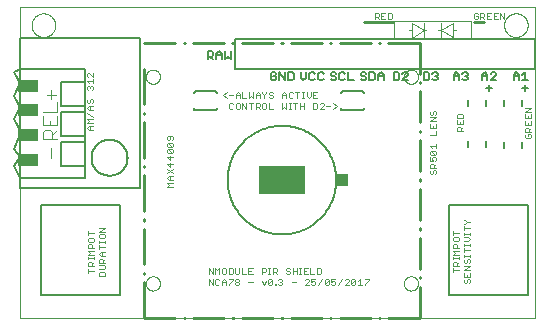
<source format=gto>
G75*
%MOIN*%
%OFA0B0*%
%FSLAX25Y25*%
%IPPOS*%
%LPD*%
%AMOC8*
5,1,8,0,0,1.08239X$1,22.5*
%
%ADD10C,0.00000*%
%ADD11C,0.00500*%
%ADD12C,0.00400*%
%ADD13C,0.01000*%
%ADD14R,0.03937X0.03937*%
%ADD15R,0.15748X0.09449*%
%ADD16R,0.07087X0.03937*%
%ADD17C,0.00236*%
%ADD18C,0.00800*%
D10*
X0003246Y0001374D02*
X0175057Y0001374D01*
X0175057Y0104917D01*
X0003246Y0104917D01*
X0003246Y0001374D01*
X0045246Y0012917D02*
X0045248Y0013014D01*
X0045254Y0013111D01*
X0045264Y0013207D01*
X0045278Y0013303D01*
X0045296Y0013399D01*
X0045317Y0013493D01*
X0045343Y0013587D01*
X0045372Y0013679D01*
X0045406Y0013770D01*
X0045442Y0013860D01*
X0045483Y0013948D01*
X0045527Y0014034D01*
X0045575Y0014119D01*
X0045626Y0014201D01*
X0045680Y0014282D01*
X0045738Y0014360D01*
X0045799Y0014435D01*
X0045862Y0014508D01*
X0045929Y0014579D01*
X0045999Y0014646D01*
X0046071Y0014711D01*
X0046146Y0014772D01*
X0046224Y0014831D01*
X0046303Y0014886D01*
X0046385Y0014938D01*
X0046469Y0014986D01*
X0046555Y0015031D01*
X0046643Y0015073D01*
X0046732Y0015111D01*
X0046823Y0015145D01*
X0046915Y0015175D01*
X0047008Y0015202D01*
X0047103Y0015224D01*
X0047198Y0015243D01*
X0047294Y0015258D01*
X0047390Y0015269D01*
X0047487Y0015276D01*
X0047584Y0015279D01*
X0047681Y0015278D01*
X0047778Y0015273D01*
X0047874Y0015264D01*
X0047970Y0015251D01*
X0048066Y0015234D01*
X0048161Y0015213D01*
X0048254Y0015189D01*
X0048347Y0015160D01*
X0048439Y0015128D01*
X0048529Y0015092D01*
X0048617Y0015053D01*
X0048704Y0015009D01*
X0048789Y0014963D01*
X0048872Y0014912D01*
X0048953Y0014859D01*
X0049031Y0014802D01*
X0049108Y0014742D01*
X0049181Y0014679D01*
X0049252Y0014613D01*
X0049320Y0014544D01*
X0049386Y0014472D01*
X0049448Y0014398D01*
X0049507Y0014321D01*
X0049563Y0014242D01*
X0049616Y0014160D01*
X0049666Y0014077D01*
X0049711Y0013991D01*
X0049754Y0013904D01*
X0049793Y0013815D01*
X0049828Y0013725D01*
X0049859Y0013633D01*
X0049886Y0013540D01*
X0049910Y0013446D01*
X0049930Y0013351D01*
X0049946Y0013255D01*
X0049958Y0013159D01*
X0049966Y0013062D01*
X0049970Y0012965D01*
X0049970Y0012869D01*
X0049966Y0012772D01*
X0049958Y0012675D01*
X0049946Y0012579D01*
X0049930Y0012483D01*
X0049910Y0012388D01*
X0049886Y0012294D01*
X0049859Y0012201D01*
X0049828Y0012109D01*
X0049793Y0012019D01*
X0049754Y0011930D01*
X0049711Y0011843D01*
X0049666Y0011757D01*
X0049616Y0011674D01*
X0049563Y0011592D01*
X0049507Y0011513D01*
X0049448Y0011436D01*
X0049386Y0011362D01*
X0049320Y0011290D01*
X0049252Y0011221D01*
X0049181Y0011155D01*
X0049108Y0011092D01*
X0049031Y0011032D01*
X0048953Y0010975D01*
X0048872Y0010922D01*
X0048789Y0010871D01*
X0048704Y0010825D01*
X0048617Y0010781D01*
X0048529Y0010742D01*
X0048439Y0010706D01*
X0048347Y0010674D01*
X0048254Y0010645D01*
X0048161Y0010621D01*
X0048066Y0010600D01*
X0047970Y0010583D01*
X0047874Y0010570D01*
X0047778Y0010561D01*
X0047681Y0010556D01*
X0047584Y0010555D01*
X0047487Y0010558D01*
X0047390Y0010565D01*
X0047294Y0010576D01*
X0047198Y0010591D01*
X0047103Y0010610D01*
X0047008Y0010632D01*
X0046915Y0010659D01*
X0046823Y0010689D01*
X0046732Y0010723D01*
X0046643Y0010761D01*
X0046555Y0010803D01*
X0046469Y0010848D01*
X0046385Y0010896D01*
X0046303Y0010948D01*
X0046224Y0011003D01*
X0046146Y0011062D01*
X0046071Y0011123D01*
X0045999Y0011188D01*
X0045929Y0011255D01*
X0045862Y0011326D01*
X0045799Y0011399D01*
X0045738Y0011474D01*
X0045680Y0011552D01*
X0045626Y0011633D01*
X0045575Y0011715D01*
X0045527Y0011800D01*
X0045483Y0011886D01*
X0045442Y0011974D01*
X0045406Y0012064D01*
X0045372Y0012155D01*
X0045343Y0012247D01*
X0045317Y0012341D01*
X0045296Y0012435D01*
X0045278Y0012531D01*
X0045264Y0012627D01*
X0045254Y0012723D01*
X0045248Y0012820D01*
X0045246Y0012917D01*
X0131270Y0012917D02*
X0131272Y0013014D01*
X0131278Y0013111D01*
X0131288Y0013207D01*
X0131302Y0013303D01*
X0131320Y0013399D01*
X0131341Y0013493D01*
X0131367Y0013587D01*
X0131396Y0013679D01*
X0131430Y0013770D01*
X0131466Y0013860D01*
X0131507Y0013948D01*
X0131551Y0014034D01*
X0131599Y0014119D01*
X0131650Y0014201D01*
X0131704Y0014282D01*
X0131762Y0014360D01*
X0131823Y0014435D01*
X0131886Y0014508D01*
X0131953Y0014579D01*
X0132023Y0014646D01*
X0132095Y0014711D01*
X0132170Y0014772D01*
X0132248Y0014831D01*
X0132327Y0014886D01*
X0132409Y0014938D01*
X0132493Y0014986D01*
X0132579Y0015031D01*
X0132667Y0015073D01*
X0132756Y0015111D01*
X0132847Y0015145D01*
X0132939Y0015175D01*
X0133032Y0015202D01*
X0133127Y0015224D01*
X0133222Y0015243D01*
X0133318Y0015258D01*
X0133414Y0015269D01*
X0133511Y0015276D01*
X0133608Y0015279D01*
X0133705Y0015278D01*
X0133802Y0015273D01*
X0133898Y0015264D01*
X0133994Y0015251D01*
X0134090Y0015234D01*
X0134185Y0015213D01*
X0134278Y0015189D01*
X0134371Y0015160D01*
X0134463Y0015128D01*
X0134553Y0015092D01*
X0134641Y0015053D01*
X0134728Y0015009D01*
X0134813Y0014963D01*
X0134896Y0014912D01*
X0134977Y0014859D01*
X0135055Y0014802D01*
X0135132Y0014742D01*
X0135205Y0014679D01*
X0135276Y0014613D01*
X0135344Y0014544D01*
X0135410Y0014472D01*
X0135472Y0014398D01*
X0135531Y0014321D01*
X0135587Y0014242D01*
X0135640Y0014160D01*
X0135690Y0014077D01*
X0135735Y0013991D01*
X0135778Y0013904D01*
X0135817Y0013815D01*
X0135852Y0013725D01*
X0135883Y0013633D01*
X0135910Y0013540D01*
X0135934Y0013446D01*
X0135954Y0013351D01*
X0135970Y0013255D01*
X0135982Y0013159D01*
X0135990Y0013062D01*
X0135994Y0012965D01*
X0135994Y0012869D01*
X0135990Y0012772D01*
X0135982Y0012675D01*
X0135970Y0012579D01*
X0135954Y0012483D01*
X0135934Y0012388D01*
X0135910Y0012294D01*
X0135883Y0012201D01*
X0135852Y0012109D01*
X0135817Y0012019D01*
X0135778Y0011930D01*
X0135735Y0011843D01*
X0135690Y0011757D01*
X0135640Y0011674D01*
X0135587Y0011592D01*
X0135531Y0011513D01*
X0135472Y0011436D01*
X0135410Y0011362D01*
X0135344Y0011290D01*
X0135276Y0011221D01*
X0135205Y0011155D01*
X0135132Y0011092D01*
X0135055Y0011032D01*
X0134977Y0010975D01*
X0134896Y0010922D01*
X0134813Y0010871D01*
X0134728Y0010825D01*
X0134641Y0010781D01*
X0134553Y0010742D01*
X0134463Y0010706D01*
X0134371Y0010674D01*
X0134278Y0010645D01*
X0134185Y0010621D01*
X0134090Y0010600D01*
X0133994Y0010583D01*
X0133898Y0010570D01*
X0133802Y0010561D01*
X0133705Y0010556D01*
X0133608Y0010555D01*
X0133511Y0010558D01*
X0133414Y0010565D01*
X0133318Y0010576D01*
X0133222Y0010591D01*
X0133127Y0010610D01*
X0133032Y0010632D01*
X0132939Y0010659D01*
X0132847Y0010689D01*
X0132756Y0010723D01*
X0132667Y0010761D01*
X0132579Y0010803D01*
X0132493Y0010848D01*
X0132409Y0010896D01*
X0132327Y0010948D01*
X0132248Y0011003D01*
X0132170Y0011062D01*
X0132095Y0011123D01*
X0132023Y0011188D01*
X0131953Y0011255D01*
X0131886Y0011326D01*
X0131823Y0011399D01*
X0131762Y0011474D01*
X0131704Y0011552D01*
X0131650Y0011633D01*
X0131599Y0011715D01*
X0131551Y0011800D01*
X0131507Y0011886D01*
X0131466Y0011974D01*
X0131430Y0012064D01*
X0131396Y0012155D01*
X0131367Y0012247D01*
X0131341Y0012341D01*
X0131320Y0012435D01*
X0131302Y0012531D01*
X0131288Y0012627D01*
X0131278Y0012723D01*
X0131272Y0012820D01*
X0131270Y0012917D01*
X0131270Y0081815D02*
X0131272Y0081912D01*
X0131278Y0082009D01*
X0131288Y0082105D01*
X0131302Y0082201D01*
X0131320Y0082297D01*
X0131341Y0082391D01*
X0131367Y0082485D01*
X0131396Y0082577D01*
X0131430Y0082668D01*
X0131466Y0082758D01*
X0131507Y0082846D01*
X0131551Y0082932D01*
X0131599Y0083017D01*
X0131650Y0083099D01*
X0131704Y0083180D01*
X0131762Y0083258D01*
X0131823Y0083333D01*
X0131886Y0083406D01*
X0131953Y0083477D01*
X0132023Y0083544D01*
X0132095Y0083609D01*
X0132170Y0083670D01*
X0132248Y0083729D01*
X0132327Y0083784D01*
X0132409Y0083836D01*
X0132493Y0083884D01*
X0132579Y0083929D01*
X0132667Y0083971D01*
X0132756Y0084009D01*
X0132847Y0084043D01*
X0132939Y0084073D01*
X0133032Y0084100D01*
X0133127Y0084122D01*
X0133222Y0084141D01*
X0133318Y0084156D01*
X0133414Y0084167D01*
X0133511Y0084174D01*
X0133608Y0084177D01*
X0133705Y0084176D01*
X0133802Y0084171D01*
X0133898Y0084162D01*
X0133994Y0084149D01*
X0134090Y0084132D01*
X0134185Y0084111D01*
X0134278Y0084087D01*
X0134371Y0084058D01*
X0134463Y0084026D01*
X0134553Y0083990D01*
X0134641Y0083951D01*
X0134728Y0083907D01*
X0134813Y0083861D01*
X0134896Y0083810D01*
X0134977Y0083757D01*
X0135055Y0083700D01*
X0135132Y0083640D01*
X0135205Y0083577D01*
X0135276Y0083511D01*
X0135344Y0083442D01*
X0135410Y0083370D01*
X0135472Y0083296D01*
X0135531Y0083219D01*
X0135587Y0083140D01*
X0135640Y0083058D01*
X0135690Y0082975D01*
X0135735Y0082889D01*
X0135778Y0082802D01*
X0135817Y0082713D01*
X0135852Y0082623D01*
X0135883Y0082531D01*
X0135910Y0082438D01*
X0135934Y0082344D01*
X0135954Y0082249D01*
X0135970Y0082153D01*
X0135982Y0082057D01*
X0135990Y0081960D01*
X0135994Y0081863D01*
X0135994Y0081767D01*
X0135990Y0081670D01*
X0135982Y0081573D01*
X0135970Y0081477D01*
X0135954Y0081381D01*
X0135934Y0081286D01*
X0135910Y0081192D01*
X0135883Y0081099D01*
X0135852Y0081007D01*
X0135817Y0080917D01*
X0135778Y0080828D01*
X0135735Y0080741D01*
X0135690Y0080655D01*
X0135640Y0080572D01*
X0135587Y0080490D01*
X0135531Y0080411D01*
X0135472Y0080334D01*
X0135410Y0080260D01*
X0135344Y0080188D01*
X0135276Y0080119D01*
X0135205Y0080053D01*
X0135132Y0079990D01*
X0135055Y0079930D01*
X0134977Y0079873D01*
X0134896Y0079820D01*
X0134813Y0079769D01*
X0134728Y0079723D01*
X0134641Y0079679D01*
X0134553Y0079640D01*
X0134463Y0079604D01*
X0134371Y0079572D01*
X0134278Y0079543D01*
X0134185Y0079519D01*
X0134090Y0079498D01*
X0133994Y0079481D01*
X0133898Y0079468D01*
X0133802Y0079459D01*
X0133705Y0079454D01*
X0133608Y0079453D01*
X0133511Y0079456D01*
X0133414Y0079463D01*
X0133318Y0079474D01*
X0133222Y0079489D01*
X0133127Y0079508D01*
X0133032Y0079530D01*
X0132939Y0079557D01*
X0132847Y0079587D01*
X0132756Y0079621D01*
X0132667Y0079659D01*
X0132579Y0079701D01*
X0132493Y0079746D01*
X0132409Y0079794D01*
X0132327Y0079846D01*
X0132248Y0079901D01*
X0132170Y0079960D01*
X0132095Y0080021D01*
X0132023Y0080086D01*
X0131953Y0080153D01*
X0131886Y0080224D01*
X0131823Y0080297D01*
X0131762Y0080372D01*
X0131704Y0080450D01*
X0131650Y0080531D01*
X0131599Y0080613D01*
X0131551Y0080698D01*
X0131507Y0080784D01*
X0131466Y0080872D01*
X0131430Y0080962D01*
X0131396Y0081053D01*
X0131367Y0081145D01*
X0131341Y0081239D01*
X0131320Y0081333D01*
X0131302Y0081429D01*
X0131288Y0081525D01*
X0131278Y0081621D01*
X0131272Y0081718D01*
X0131270Y0081815D01*
X0164663Y0099012D02*
X0164665Y0099137D01*
X0164671Y0099262D01*
X0164681Y0099386D01*
X0164695Y0099510D01*
X0164712Y0099634D01*
X0164734Y0099757D01*
X0164760Y0099879D01*
X0164789Y0100001D01*
X0164822Y0100121D01*
X0164860Y0100240D01*
X0164900Y0100359D01*
X0164945Y0100475D01*
X0164993Y0100590D01*
X0165045Y0100704D01*
X0165101Y0100816D01*
X0165160Y0100926D01*
X0165222Y0101034D01*
X0165288Y0101141D01*
X0165357Y0101245D01*
X0165430Y0101346D01*
X0165505Y0101446D01*
X0165584Y0101543D01*
X0165666Y0101637D01*
X0165751Y0101729D01*
X0165838Y0101818D01*
X0165929Y0101904D01*
X0166022Y0101987D01*
X0166118Y0102068D01*
X0166216Y0102145D01*
X0166316Y0102219D01*
X0166419Y0102290D01*
X0166524Y0102357D01*
X0166632Y0102422D01*
X0166741Y0102482D01*
X0166852Y0102540D01*
X0166965Y0102593D01*
X0167079Y0102643D01*
X0167195Y0102690D01*
X0167312Y0102732D01*
X0167431Y0102771D01*
X0167551Y0102807D01*
X0167672Y0102838D01*
X0167794Y0102866D01*
X0167916Y0102889D01*
X0168040Y0102909D01*
X0168164Y0102925D01*
X0168288Y0102937D01*
X0168413Y0102945D01*
X0168538Y0102949D01*
X0168662Y0102949D01*
X0168787Y0102945D01*
X0168912Y0102937D01*
X0169036Y0102925D01*
X0169160Y0102909D01*
X0169284Y0102889D01*
X0169406Y0102866D01*
X0169528Y0102838D01*
X0169649Y0102807D01*
X0169769Y0102771D01*
X0169888Y0102732D01*
X0170005Y0102690D01*
X0170121Y0102643D01*
X0170235Y0102593D01*
X0170348Y0102540D01*
X0170459Y0102482D01*
X0170569Y0102422D01*
X0170676Y0102357D01*
X0170781Y0102290D01*
X0170884Y0102219D01*
X0170984Y0102145D01*
X0171082Y0102068D01*
X0171178Y0101987D01*
X0171271Y0101904D01*
X0171362Y0101818D01*
X0171449Y0101729D01*
X0171534Y0101637D01*
X0171616Y0101543D01*
X0171695Y0101446D01*
X0171770Y0101346D01*
X0171843Y0101245D01*
X0171912Y0101141D01*
X0171978Y0101034D01*
X0172040Y0100926D01*
X0172099Y0100816D01*
X0172155Y0100704D01*
X0172207Y0100590D01*
X0172255Y0100475D01*
X0172300Y0100359D01*
X0172340Y0100240D01*
X0172378Y0100121D01*
X0172411Y0100001D01*
X0172440Y0099879D01*
X0172466Y0099757D01*
X0172488Y0099634D01*
X0172505Y0099510D01*
X0172519Y0099386D01*
X0172529Y0099262D01*
X0172535Y0099137D01*
X0172537Y0099012D01*
X0172535Y0098887D01*
X0172529Y0098762D01*
X0172519Y0098638D01*
X0172505Y0098514D01*
X0172488Y0098390D01*
X0172466Y0098267D01*
X0172440Y0098145D01*
X0172411Y0098023D01*
X0172378Y0097903D01*
X0172340Y0097784D01*
X0172300Y0097665D01*
X0172255Y0097549D01*
X0172207Y0097434D01*
X0172155Y0097320D01*
X0172099Y0097208D01*
X0172040Y0097098D01*
X0171978Y0096990D01*
X0171912Y0096883D01*
X0171843Y0096779D01*
X0171770Y0096678D01*
X0171695Y0096578D01*
X0171616Y0096481D01*
X0171534Y0096387D01*
X0171449Y0096295D01*
X0171362Y0096206D01*
X0171271Y0096120D01*
X0171178Y0096037D01*
X0171082Y0095956D01*
X0170984Y0095879D01*
X0170884Y0095805D01*
X0170781Y0095734D01*
X0170676Y0095667D01*
X0170568Y0095602D01*
X0170459Y0095542D01*
X0170348Y0095484D01*
X0170235Y0095431D01*
X0170121Y0095381D01*
X0170005Y0095334D01*
X0169888Y0095292D01*
X0169769Y0095253D01*
X0169649Y0095217D01*
X0169528Y0095186D01*
X0169406Y0095158D01*
X0169284Y0095135D01*
X0169160Y0095115D01*
X0169036Y0095099D01*
X0168912Y0095087D01*
X0168787Y0095079D01*
X0168662Y0095075D01*
X0168538Y0095075D01*
X0168413Y0095079D01*
X0168288Y0095087D01*
X0168164Y0095099D01*
X0168040Y0095115D01*
X0167916Y0095135D01*
X0167794Y0095158D01*
X0167672Y0095186D01*
X0167551Y0095217D01*
X0167431Y0095253D01*
X0167312Y0095292D01*
X0167195Y0095334D01*
X0167079Y0095381D01*
X0166965Y0095431D01*
X0166852Y0095484D01*
X0166741Y0095542D01*
X0166631Y0095602D01*
X0166524Y0095667D01*
X0166419Y0095734D01*
X0166316Y0095805D01*
X0166216Y0095879D01*
X0166118Y0095956D01*
X0166022Y0096037D01*
X0165929Y0096120D01*
X0165838Y0096206D01*
X0165751Y0096295D01*
X0165666Y0096387D01*
X0165584Y0096481D01*
X0165505Y0096578D01*
X0165430Y0096678D01*
X0165357Y0096779D01*
X0165288Y0096883D01*
X0165222Y0096990D01*
X0165160Y0097098D01*
X0165101Y0097208D01*
X0165045Y0097320D01*
X0164993Y0097434D01*
X0164945Y0097549D01*
X0164900Y0097665D01*
X0164860Y0097784D01*
X0164822Y0097903D01*
X0164789Y0098023D01*
X0164760Y0098145D01*
X0164734Y0098267D01*
X0164712Y0098390D01*
X0164695Y0098514D01*
X0164681Y0098638D01*
X0164671Y0098762D01*
X0164665Y0098887D01*
X0164663Y0099012D01*
X0045246Y0081815D02*
X0045248Y0081912D01*
X0045254Y0082009D01*
X0045264Y0082105D01*
X0045278Y0082201D01*
X0045296Y0082297D01*
X0045317Y0082391D01*
X0045343Y0082485D01*
X0045372Y0082577D01*
X0045406Y0082668D01*
X0045442Y0082758D01*
X0045483Y0082846D01*
X0045527Y0082932D01*
X0045575Y0083017D01*
X0045626Y0083099D01*
X0045680Y0083180D01*
X0045738Y0083258D01*
X0045799Y0083333D01*
X0045862Y0083406D01*
X0045929Y0083477D01*
X0045999Y0083544D01*
X0046071Y0083609D01*
X0046146Y0083670D01*
X0046224Y0083729D01*
X0046303Y0083784D01*
X0046385Y0083836D01*
X0046469Y0083884D01*
X0046555Y0083929D01*
X0046643Y0083971D01*
X0046732Y0084009D01*
X0046823Y0084043D01*
X0046915Y0084073D01*
X0047008Y0084100D01*
X0047103Y0084122D01*
X0047198Y0084141D01*
X0047294Y0084156D01*
X0047390Y0084167D01*
X0047487Y0084174D01*
X0047584Y0084177D01*
X0047681Y0084176D01*
X0047778Y0084171D01*
X0047874Y0084162D01*
X0047970Y0084149D01*
X0048066Y0084132D01*
X0048161Y0084111D01*
X0048254Y0084087D01*
X0048347Y0084058D01*
X0048439Y0084026D01*
X0048529Y0083990D01*
X0048617Y0083951D01*
X0048704Y0083907D01*
X0048789Y0083861D01*
X0048872Y0083810D01*
X0048953Y0083757D01*
X0049031Y0083700D01*
X0049108Y0083640D01*
X0049181Y0083577D01*
X0049252Y0083511D01*
X0049320Y0083442D01*
X0049386Y0083370D01*
X0049448Y0083296D01*
X0049507Y0083219D01*
X0049563Y0083140D01*
X0049616Y0083058D01*
X0049666Y0082975D01*
X0049711Y0082889D01*
X0049754Y0082802D01*
X0049793Y0082713D01*
X0049828Y0082623D01*
X0049859Y0082531D01*
X0049886Y0082438D01*
X0049910Y0082344D01*
X0049930Y0082249D01*
X0049946Y0082153D01*
X0049958Y0082057D01*
X0049966Y0081960D01*
X0049970Y0081863D01*
X0049970Y0081767D01*
X0049966Y0081670D01*
X0049958Y0081573D01*
X0049946Y0081477D01*
X0049930Y0081381D01*
X0049910Y0081286D01*
X0049886Y0081192D01*
X0049859Y0081099D01*
X0049828Y0081007D01*
X0049793Y0080917D01*
X0049754Y0080828D01*
X0049711Y0080741D01*
X0049666Y0080655D01*
X0049616Y0080572D01*
X0049563Y0080490D01*
X0049507Y0080411D01*
X0049448Y0080334D01*
X0049386Y0080260D01*
X0049320Y0080188D01*
X0049252Y0080119D01*
X0049181Y0080053D01*
X0049108Y0079990D01*
X0049031Y0079930D01*
X0048953Y0079873D01*
X0048872Y0079820D01*
X0048789Y0079769D01*
X0048704Y0079723D01*
X0048617Y0079679D01*
X0048529Y0079640D01*
X0048439Y0079604D01*
X0048347Y0079572D01*
X0048254Y0079543D01*
X0048161Y0079519D01*
X0048066Y0079498D01*
X0047970Y0079481D01*
X0047874Y0079468D01*
X0047778Y0079459D01*
X0047681Y0079454D01*
X0047584Y0079453D01*
X0047487Y0079456D01*
X0047390Y0079463D01*
X0047294Y0079474D01*
X0047198Y0079489D01*
X0047103Y0079508D01*
X0047008Y0079530D01*
X0046915Y0079557D01*
X0046823Y0079587D01*
X0046732Y0079621D01*
X0046643Y0079659D01*
X0046555Y0079701D01*
X0046469Y0079746D01*
X0046385Y0079794D01*
X0046303Y0079846D01*
X0046224Y0079901D01*
X0046146Y0079960D01*
X0046071Y0080021D01*
X0045999Y0080086D01*
X0045929Y0080153D01*
X0045862Y0080224D01*
X0045799Y0080297D01*
X0045738Y0080372D01*
X0045680Y0080450D01*
X0045626Y0080531D01*
X0045575Y0080613D01*
X0045527Y0080698D01*
X0045483Y0080784D01*
X0045442Y0080872D01*
X0045406Y0080962D01*
X0045372Y0081053D01*
X0045343Y0081145D01*
X0045317Y0081239D01*
X0045296Y0081333D01*
X0045278Y0081429D01*
X0045264Y0081525D01*
X0045254Y0081621D01*
X0045248Y0081718D01*
X0045246Y0081815D01*
X0007183Y0099012D02*
X0007185Y0099137D01*
X0007191Y0099262D01*
X0007201Y0099386D01*
X0007215Y0099510D01*
X0007232Y0099634D01*
X0007254Y0099757D01*
X0007280Y0099879D01*
X0007309Y0100001D01*
X0007342Y0100121D01*
X0007380Y0100240D01*
X0007420Y0100359D01*
X0007465Y0100475D01*
X0007513Y0100590D01*
X0007565Y0100704D01*
X0007621Y0100816D01*
X0007680Y0100926D01*
X0007742Y0101034D01*
X0007808Y0101141D01*
X0007877Y0101245D01*
X0007950Y0101346D01*
X0008025Y0101446D01*
X0008104Y0101543D01*
X0008186Y0101637D01*
X0008271Y0101729D01*
X0008358Y0101818D01*
X0008449Y0101904D01*
X0008542Y0101987D01*
X0008638Y0102068D01*
X0008736Y0102145D01*
X0008836Y0102219D01*
X0008939Y0102290D01*
X0009044Y0102357D01*
X0009152Y0102422D01*
X0009261Y0102482D01*
X0009372Y0102540D01*
X0009485Y0102593D01*
X0009599Y0102643D01*
X0009715Y0102690D01*
X0009832Y0102732D01*
X0009951Y0102771D01*
X0010071Y0102807D01*
X0010192Y0102838D01*
X0010314Y0102866D01*
X0010436Y0102889D01*
X0010560Y0102909D01*
X0010684Y0102925D01*
X0010808Y0102937D01*
X0010933Y0102945D01*
X0011058Y0102949D01*
X0011182Y0102949D01*
X0011307Y0102945D01*
X0011432Y0102937D01*
X0011556Y0102925D01*
X0011680Y0102909D01*
X0011804Y0102889D01*
X0011926Y0102866D01*
X0012048Y0102838D01*
X0012169Y0102807D01*
X0012289Y0102771D01*
X0012408Y0102732D01*
X0012525Y0102690D01*
X0012641Y0102643D01*
X0012755Y0102593D01*
X0012868Y0102540D01*
X0012979Y0102482D01*
X0013089Y0102422D01*
X0013196Y0102357D01*
X0013301Y0102290D01*
X0013404Y0102219D01*
X0013504Y0102145D01*
X0013602Y0102068D01*
X0013698Y0101987D01*
X0013791Y0101904D01*
X0013882Y0101818D01*
X0013969Y0101729D01*
X0014054Y0101637D01*
X0014136Y0101543D01*
X0014215Y0101446D01*
X0014290Y0101346D01*
X0014363Y0101245D01*
X0014432Y0101141D01*
X0014498Y0101034D01*
X0014560Y0100926D01*
X0014619Y0100816D01*
X0014675Y0100704D01*
X0014727Y0100590D01*
X0014775Y0100475D01*
X0014820Y0100359D01*
X0014860Y0100240D01*
X0014898Y0100121D01*
X0014931Y0100001D01*
X0014960Y0099879D01*
X0014986Y0099757D01*
X0015008Y0099634D01*
X0015025Y0099510D01*
X0015039Y0099386D01*
X0015049Y0099262D01*
X0015055Y0099137D01*
X0015057Y0099012D01*
X0015055Y0098887D01*
X0015049Y0098762D01*
X0015039Y0098638D01*
X0015025Y0098514D01*
X0015008Y0098390D01*
X0014986Y0098267D01*
X0014960Y0098145D01*
X0014931Y0098023D01*
X0014898Y0097903D01*
X0014860Y0097784D01*
X0014820Y0097665D01*
X0014775Y0097549D01*
X0014727Y0097434D01*
X0014675Y0097320D01*
X0014619Y0097208D01*
X0014560Y0097098D01*
X0014498Y0096990D01*
X0014432Y0096883D01*
X0014363Y0096779D01*
X0014290Y0096678D01*
X0014215Y0096578D01*
X0014136Y0096481D01*
X0014054Y0096387D01*
X0013969Y0096295D01*
X0013882Y0096206D01*
X0013791Y0096120D01*
X0013698Y0096037D01*
X0013602Y0095956D01*
X0013504Y0095879D01*
X0013404Y0095805D01*
X0013301Y0095734D01*
X0013196Y0095667D01*
X0013088Y0095602D01*
X0012979Y0095542D01*
X0012868Y0095484D01*
X0012755Y0095431D01*
X0012641Y0095381D01*
X0012525Y0095334D01*
X0012408Y0095292D01*
X0012289Y0095253D01*
X0012169Y0095217D01*
X0012048Y0095186D01*
X0011926Y0095158D01*
X0011804Y0095135D01*
X0011680Y0095115D01*
X0011556Y0095099D01*
X0011432Y0095087D01*
X0011307Y0095079D01*
X0011182Y0095075D01*
X0011058Y0095075D01*
X0010933Y0095079D01*
X0010808Y0095087D01*
X0010684Y0095099D01*
X0010560Y0095115D01*
X0010436Y0095135D01*
X0010314Y0095158D01*
X0010192Y0095186D01*
X0010071Y0095217D01*
X0009951Y0095253D01*
X0009832Y0095292D01*
X0009715Y0095334D01*
X0009599Y0095381D01*
X0009485Y0095431D01*
X0009372Y0095484D01*
X0009261Y0095542D01*
X0009151Y0095602D01*
X0009044Y0095667D01*
X0008939Y0095734D01*
X0008836Y0095805D01*
X0008736Y0095879D01*
X0008638Y0095956D01*
X0008542Y0096037D01*
X0008449Y0096120D01*
X0008358Y0096206D01*
X0008271Y0096295D01*
X0008186Y0096387D01*
X0008104Y0096481D01*
X0008025Y0096578D01*
X0007950Y0096678D01*
X0007877Y0096779D01*
X0007808Y0096883D01*
X0007742Y0096990D01*
X0007680Y0097098D01*
X0007621Y0097208D01*
X0007565Y0097320D01*
X0007513Y0097434D01*
X0007465Y0097549D01*
X0007420Y0097665D01*
X0007380Y0097784D01*
X0007342Y0097903D01*
X0007309Y0098023D01*
X0007280Y0098145D01*
X0007254Y0098267D01*
X0007232Y0098390D01*
X0007215Y0098514D01*
X0007201Y0098638D01*
X0007191Y0098762D01*
X0007185Y0098887D01*
X0007183Y0099012D01*
D11*
X0003140Y0094866D02*
X0043140Y0094866D01*
X0043140Y0044866D01*
X0003140Y0044866D01*
X0003140Y0094866D01*
X0003612Y0084362D02*
X0001250Y0083425D01*
X0003219Y0079882D01*
X0001250Y0075551D01*
X0003219Y0071614D01*
X0001250Y0067677D01*
X0003612Y0063346D01*
X0001250Y0057835D01*
X0003219Y0055079D01*
X0001250Y0051929D01*
X0003219Y0047992D01*
X0003376Y0047992D02*
X0024872Y0047992D01*
X0024872Y0051992D01*
X0016872Y0051992D01*
X0016872Y0059992D01*
X0024872Y0059992D01*
X0024872Y0084362D01*
X0003612Y0084362D01*
X0016872Y0079992D02*
X0024872Y0079992D01*
X0016872Y0079992D02*
X0016872Y0071992D01*
X0024872Y0071992D01*
X0024872Y0069992D02*
X0016872Y0069992D01*
X0016872Y0061992D01*
X0024872Y0061992D01*
X0024872Y0059992D02*
X0024872Y0051992D01*
X0027140Y0054866D02*
X0027142Y0055020D01*
X0027148Y0055175D01*
X0027158Y0055329D01*
X0027172Y0055483D01*
X0027190Y0055636D01*
X0027211Y0055789D01*
X0027237Y0055942D01*
X0027267Y0056093D01*
X0027300Y0056244D01*
X0027338Y0056394D01*
X0027379Y0056543D01*
X0027424Y0056691D01*
X0027473Y0056837D01*
X0027526Y0056983D01*
X0027582Y0057126D01*
X0027642Y0057269D01*
X0027706Y0057409D01*
X0027773Y0057549D01*
X0027844Y0057686D01*
X0027918Y0057821D01*
X0027996Y0057955D01*
X0028077Y0058086D01*
X0028162Y0058215D01*
X0028250Y0058343D01*
X0028341Y0058467D01*
X0028435Y0058590D01*
X0028533Y0058710D01*
X0028633Y0058827D01*
X0028737Y0058942D01*
X0028843Y0059054D01*
X0028952Y0059163D01*
X0029064Y0059269D01*
X0029179Y0059373D01*
X0029296Y0059473D01*
X0029416Y0059571D01*
X0029539Y0059665D01*
X0029663Y0059756D01*
X0029791Y0059844D01*
X0029920Y0059929D01*
X0030051Y0060010D01*
X0030185Y0060088D01*
X0030320Y0060162D01*
X0030457Y0060233D01*
X0030597Y0060300D01*
X0030737Y0060364D01*
X0030880Y0060424D01*
X0031023Y0060480D01*
X0031169Y0060533D01*
X0031315Y0060582D01*
X0031463Y0060627D01*
X0031612Y0060668D01*
X0031762Y0060706D01*
X0031913Y0060739D01*
X0032064Y0060769D01*
X0032217Y0060795D01*
X0032370Y0060816D01*
X0032523Y0060834D01*
X0032677Y0060848D01*
X0032831Y0060858D01*
X0032986Y0060864D01*
X0033140Y0060866D01*
X0033294Y0060864D01*
X0033449Y0060858D01*
X0033603Y0060848D01*
X0033757Y0060834D01*
X0033910Y0060816D01*
X0034063Y0060795D01*
X0034216Y0060769D01*
X0034367Y0060739D01*
X0034518Y0060706D01*
X0034668Y0060668D01*
X0034817Y0060627D01*
X0034965Y0060582D01*
X0035111Y0060533D01*
X0035257Y0060480D01*
X0035400Y0060424D01*
X0035543Y0060364D01*
X0035683Y0060300D01*
X0035823Y0060233D01*
X0035960Y0060162D01*
X0036095Y0060088D01*
X0036229Y0060010D01*
X0036360Y0059929D01*
X0036489Y0059844D01*
X0036617Y0059756D01*
X0036741Y0059665D01*
X0036864Y0059571D01*
X0036984Y0059473D01*
X0037101Y0059373D01*
X0037216Y0059269D01*
X0037328Y0059163D01*
X0037437Y0059054D01*
X0037543Y0058942D01*
X0037647Y0058827D01*
X0037747Y0058710D01*
X0037845Y0058590D01*
X0037939Y0058467D01*
X0038030Y0058343D01*
X0038118Y0058215D01*
X0038203Y0058086D01*
X0038284Y0057955D01*
X0038362Y0057821D01*
X0038436Y0057686D01*
X0038507Y0057549D01*
X0038574Y0057409D01*
X0038638Y0057269D01*
X0038698Y0057126D01*
X0038754Y0056983D01*
X0038807Y0056837D01*
X0038856Y0056691D01*
X0038901Y0056543D01*
X0038942Y0056394D01*
X0038980Y0056244D01*
X0039013Y0056093D01*
X0039043Y0055942D01*
X0039069Y0055789D01*
X0039090Y0055636D01*
X0039108Y0055483D01*
X0039122Y0055329D01*
X0039132Y0055175D01*
X0039138Y0055020D01*
X0039140Y0054866D01*
X0039138Y0054712D01*
X0039132Y0054557D01*
X0039122Y0054403D01*
X0039108Y0054249D01*
X0039090Y0054096D01*
X0039069Y0053943D01*
X0039043Y0053790D01*
X0039013Y0053639D01*
X0038980Y0053488D01*
X0038942Y0053338D01*
X0038901Y0053189D01*
X0038856Y0053041D01*
X0038807Y0052895D01*
X0038754Y0052749D01*
X0038698Y0052606D01*
X0038638Y0052463D01*
X0038574Y0052323D01*
X0038507Y0052183D01*
X0038436Y0052046D01*
X0038362Y0051911D01*
X0038284Y0051777D01*
X0038203Y0051646D01*
X0038118Y0051517D01*
X0038030Y0051389D01*
X0037939Y0051265D01*
X0037845Y0051142D01*
X0037747Y0051022D01*
X0037647Y0050905D01*
X0037543Y0050790D01*
X0037437Y0050678D01*
X0037328Y0050569D01*
X0037216Y0050463D01*
X0037101Y0050359D01*
X0036984Y0050259D01*
X0036864Y0050161D01*
X0036741Y0050067D01*
X0036617Y0049976D01*
X0036489Y0049888D01*
X0036360Y0049803D01*
X0036229Y0049722D01*
X0036095Y0049644D01*
X0035960Y0049570D01*
X0035823Y0049499D01*
X0035683Y0049432D01*
X0035543Y0049368D01*
X0035400Y0049308D01*
X0035257Y0049252D01*
X0035111Y0049199D01*
X0034965Y0049150D01*
X0034817Y0049105D01*
X0034668Y0049064D01*
X0034518Y0049026D01*
X0034367Y0048993D01*
X0034216Y0048963D01*
X0034063Y0048937D01*
X0033910Y0048916D01*
X0033757Y0048898D01*
X0033603Y0048884D01*
X0033449Y0048874D01*
X0033294Y0048868D01*
X0033140Y0048866D01*
X0032986Y0048868D01*
X0032831Y0048874D01*
X0032677Y0048884D01*
X0032523Y0048898D01*
X0032370Y0048916D01*
X0032217Y0048937D01*
X0032064Y0048963D01*
X0031913Y0048993D01*
X0031762Y0049026D01*
X0031612Y0049064D01*
X0031463Y0049105D01*
X0031315Y0049150D01*
X0031169Y0049199D01*
X0031023Y0049252D01*
X0030880Y0049308D01*
X0030737Y0049368D01*
X0030597Y0049432D01*
X0030457Y0049499D01*
X0030320Y0049570D01*
X0030185Y0049644D01*
X0030051Y0049722D01*
X0029920Y0049803D01*
X0029791Y0049888D01*
X0029663Y0049976D01*
X0029539Y0050067D01*
X0029416Y0050161D01*
X0029296Y0050259D01*
X0029179Y0050359D01*
X0029064Y0050463D01*
X0028952Y0050569D01*
X0028843Y0050678D01*
X0028737Y0050790D01*
X0028633Y0050905D01*
X0028533Y0051022D01*
X0028435Y0051142D01*
X0028341Y0051265D01*
X0028250Y0051389D01*
X0028162Y0051517D01*
X0028077Y0051646D01*
X0027996Y0051777D01*
X0027918Y0051911D01*
X0027844Y0052046D01*
X0027773Y0052183D01*
X0027706Y0052323D01*
X0027642Y0052463D01*
X0027582Y0052606D01*
X0027526Y0052749D01*
X0027473Y0052895D01*
X0027424Y0053041D01*
X0027379Y0053189D01*
X0027338Y0053338D01*
X0027300Y0053488D01*
X0027267Y0053639D01*
X0027237Y0053790D01*
X0027211Y0053943D01*
X0027190Y0054096D01*
X0027172Y0054249D01*
X0027158Y0054403D01*
X0027148Y0054557D01*
X0027142Y0054712D01*
X0027140Y0054866D01*
X0043140Y0044866D02*
X0043140Y0094866D01*
X0065807Y0090318D02*
X0065807Y0087616D01*
X0065807Y0088517D02*
X0067158Y0088517D01*
X0067609Y0088967D01*
X0067609Y0089868D01*
X0067158Y0090318D01*
X0065807Y0090318D01*
X0068754Y0089418D02*
X0069654Y0090318D01*
X0070555Y0089418D01*
X0070555Y0087616D01*
X0071700Y0087616D02*
X0072601Y0088517D01*
X0073502Y0087616D01*
X0073502Y0090318D01*
X0071700Y0090318D02*
X0071700Y0087616D01*
X0070555Y0088967D02*
X0068754Y0088967D01*
X0068754Y0089418D02*
X0068754Y0087616D01*
X0067609Y0087616D02*
X0066708Y0088517D01*
X0075057Y0084366D02*
X0075057Y0094366D01*
X0175057Y0094366D01*
X0175057Y0084366D01*
X0075057Y0084366D01*
X0068270Y0077003D02*
X0061970Y0077003D01*
X0061919Y0077009D01*
X0061867Y0077011D01*
X0061815Y0077009D01*
X0061764Y0077003D01*
X0061713Y0076994D01*
X0061663Y0076980D01*
X0061614Y0076963D01*
X0061567Y0076942D01*
X0061521Y0076918D01*
X0061477Y0076891D01*
X0061436Y0076860D01*
X0061396Y0076826D01*
X0061360Y0076790D01*
X0061326Y0076750D01*
X0061295Y0076709D01*
X0061268Y0076665D01*
X0061244Y0076619D01*
X0061223Y0076572D01*
X0061206Y0076523D01*
X0061192Y0076473D01*
X0061183Y0076422D01*
X0068270Y0077003D02*
X0068321Y0077009D01*
X0068373Y0077011D01*
X0068425Y0077009D01*
X0068476Y0077003D01*
X0068527Y0076994D01*
X0068577Y0076980D01*
X0068626Y0076963D01*
X0068673Y0076942D01*
X0068719Y0076918D01*
X0068763Y0076891D01*
X0068804Y0076860D01*
X0068844Y0076826D01*
X0068880Y0076790D01*
X0068914Y0076750D01*
X0068945Y0076709D01*
X0068972Y0076665D01*
X0068996Y0076619D01*
X0069017Y0076572D01*
X0069034Y0076523D01*
X0069048Y0076473D01*
X0069057Y0076422D01*
X0069057Y0071310D02*
X0069044Y0071258D01*
X0069028Y0071207D01*
X0069008Y0071157D01*
X0068984Y0071109D01*
X0068957Y0071063D01*
X0068927Y0071019D01*
X0068894Y0070977D01*
X0068858Y0070937D01*
X0068819Y0070900D01*
X0068778Y0070866D01*
X0068734Y0070836D01*
X0068688Y0070808D01*
X0068640Y0070783D01*
X0068591Y0070763D01*
X0068540Y0070745D01*
X0068489Y0070732D01*
X0068436Y0070722D01*
X0068383Y0070715D01*
X0068329Y0070713D01*
X0068276Y0070714D01*
X0068223Y0070720D01*
X0068170Y0070729D01*
X0061870Y0070729D01*
X0061823Y0070727D01*
X0061775Y0070728D01*
X0061728Y0070733D01*
X0061681Y0070742D01*
X0061635Y0070754D01*
X0061590Y0070769D01*
X0061546Y0070788D01*
X0061504Y0070809D01*
X0061463Y0070834D01*
X0061425Y0070862D01*
X0061389Y0070893D01*
X0061355Y0070926D01*
X0061323Y0070962D01*
X0061295Y0071000D01*
X0061269Y0071040D01*
X0061246Y0071082D01*
X0061227Y0071125D01*
X0061211Y0071170D01*
X0061198Y0071216D01*
X0061189Y0071263D01*
X0061183Y0071310D01*
X0086807Y0081067D02*
X0087257Y0080616D01*
X0088158Y0080616D01*
X0088609Y0081067D01*
X0088609Y0081967D01*
X0087708Y0081967D01*
X0086807Y0081067D02*
X0086807Y0082868D01*
X0087257Y0083318D01*
X0088158Y0083318D01*
X0088609Y0082868D01*
X0089754Y0083318D02*
X0091555Y0080616D01*
X0091555Y0083318D01*
X0092700Y0083318D02*
X0094051Y0083318D01*
X0094502Y0082868D01*
X0094502Y0081067D01*
X0094051Y0080616D01*
X0092700Y0080616D01*
X0092700Y0083318D01*
X0089754Y0083318D02*
X0089754Y0080616D01*
X0096807Y0081517D02*
X0097708Y0080616D01*
X0098609Y0081517D01*
X0098609Y0083318D01*
X0099754Y0082868D02*
X0099754Y0081067D01*
X0100204Y0080616D01*
X0101105Y0080616D01*
X0101555Y0081067D01*
X0102700Y0081067D02*
X0103151Y0080616D01*
X0104051Y0080616D01*
X0104502Y0081067D01*
X0102700Y0081067D02*
X0102700Y0082868D01*
X0103151Y0083318D01*
X0104051Y0083318D01*
X0104502Y0082868D01*
X0106807Y0082868D02*
X0106807Y0082418D01*
X0107257Y0081967D01*
X0108158Y0081967D01*
X0108609Y0081517D01*
X0108609Y0081067D01*
X0108158Y0080616D01*
X0107257Y0080616D01*
X0106807Y0081067D01*
X0106807Y0082868D02*
X0107257Y0083318D01*
X0108158Y0083318D01*
X0108609Y0082868D01*
X0109754Y0082868D02*
X0109754Y0081067D01*
X0110204Y0080616D01*
X0111105Y0080616D01*
X0111555Y0081067D01*
X0112700Y0080616D02*
X0114502Y0080616D01*
X0112700Y0080616D02*
X0112700Y0083318D01*
X0111555Y0082868D02*
X0111105Y0083318D01*
X0110204Y0083318D01*
X0109754Y0082868D01*
X0116807Y0082868D02*
X0116807Y0082418D01*
X0117257Y0081967D01*
X0118158Y0081967D01*
X0118609Y0081517D01*
X0118609Y0081067D01*
X0118158Y0080616D01*
X0117257Y0080616D01*
X0116807Y0081067D01*
X0119754Y0080616D02*
X0121105Y0080616D01*
X0121555Y0081067D01*
X0121555Y0082868D01*
X0121105Y0083318D01*
X0119754Y0083318D01*
X0119754Y0080616D01*
X0118609Y0082868D02*
X0118158Y0083318D01*
X0117257Y0083318D01*
X0116807Y0082868D01*
X0122700Y0082418D02*
X0122700Y0080616D01*
X0122700Y0081967D02*
X0124502Y0081967D01*
X0124502Y0082418D02*
X0124502Y0080616D01*
X0124502Y0082418D02*
X0123601Y0083318D01*
X0122700Y0082418D01*
X0127807Y0083318D02*
X0127807Y0080616D01*
X0129158Y0080616D01*
X0129609Y0081067D01*
X0129609Y0082868D01*
X0129158Y0083318D01*
X0127807Y0083318D01*
X0130754Y0082868D02*
X0131204Y0083318D01*
X0132105Y0083318D01*
X0132555Y0082868D01*
X0132555Y0082418D01*
X0130754Y0080616D01*
X0132555Y0080616D01*
X0137807Y0080616D02*
X0139158Y0080616D01*
X0139609Y0081067D01*
X0139609Y0082868D01*
X0139158Y0083318D01*
X0137807Y0083318D01*
X0137807Y0080616D01*
X0140754Y0081067D02*
X0141204Y0080616D01*
X0142105Y0080616D01*
X0142555Y0081067D01*
X0142555Y0081517D01*
X0142105Y0081967D01*
X0141654Y0081967D01*
X0142105Y0081967D02*
X0142555Y0082418D01*
X0142555Y0082868D01*
X0142105Y0083318D01*
X0141204Y0083318D01*
X0140754Y0082868D01*
X0147807Y0082418D02*
X0147807Y0080616D01*
X0147807Y0081967D02*
X0149609Y0081967D01*
X0149609Y0082418D02*
X0149609Y0080616D01*
X0150754Y0081067D02*
X0151204Y0080616D01*
X0152105Y0080616D01*
X0152555Y0081067D01*
X0152555Y0081517D01*
X0152105Y0081967D01*
X0151654Y0081967D01*
X0152105Y0081967D02*
X0152555Y0082418D01*
X0152555Y0082868D01*
X0152105Y0083318D01*
X0151204Y0083318D01*
X0150754Y0082868D01*
X0149609Y0082418D02*
X0148708Y0083318D01*
X0147807Y0082418D01*
X0157307Y0082418D02*
X0157307Y0080616D01*
X0157307Y0081967D02*
X0159109Y0081967D01*
X0159109Y0082418D02*
X0159109Y0080616D01*
X0160254Y0080616D02*
X0162055Y0082418D01*
X0162055Y0082868D01*
X0161605Y0083318D01*
X0160704Y0083318D01*
X0160254Y0082868D01*
X0159109Y0082418D02*
X0158208Y0083318D01*
X0157307Y0082418D01*
X0160254Y0080616D02*
X0162055Y0080616D01*
X0159757Y0078992D02*
X0159757Y0076992D01*
X0160757Y0077992D02*
X0158757Y0077992D01*
X0158557Y0073992D02*
X0158557Y0071992D01*
X0152557Y0071992D02*
X0152557Y0073992D01*
X0164557Y0073992D02*
X0164557Y0071992D01*
X0170557Y0071992D02*
X0170557Y0073992D01*
X0171757Y0076992D02*
X0171757Y0078992D01*
X0172757Y0077992D02*
X0170757Y0077992D01*
X0170754Y0080616D02*
X0172555Y0080616D01*
X0171654Y0080616D02*
X0171654Y0083318D01*
X0170754Y0082418D01*
X0169609Y0082418D02*
X0169609Y0080616D01*
X0169609Y0081967D02*
X0167807Y0081967D01*
X0167807Y0082418D02*
X0168708Y0083318D01*
X0169609Y0082418D01*
X0167807Y0082418D02*
X0167807Y0080616D01*
X0158557Y0060492D02*
X0158557Y0058492D01*
X0152557Y0058492D02*
X0152557Y0060492D01*
X0164557Y0059992D02*
X0164557Y0057992D01*
X0170557Y0057992D02*
X0170557Y0059992D01*
X0117270Y0070729D02*
X0110970Y0070729D01*
X0110919Y0070723D01*
X0110867Y0070721D01*
X0110815Y0070723D01*
X0110764Y0070729D01*
X0110713Y0070738D01*
X0110663Y0070752D01*
X0110614Y0070769D01*
X0110567Y0070790D01*
X0110521Y0070814D01*
X0110477Y0070841D01*
X0110436Y0070872D01*
X0110396Y0070906D01*
X0110360Y0070942D01*
X0110326Y0070982D01*
X0110295Y0071023D01*
X0110268Y0071067D01*
X0110244Y0071113D01*
X0110223Y0071160D01*
X0110206Y0071209D01*
X0110192Y0071259D01*
X0110183Y0071310D01*
X0117270Y0070729D02*
X0117321Y0070723D01*
X0117373Y0070721D01*
X0117425Y0070723D01*
X0117476Y0070729D01*
X0117527Y0070738D01*
X0117577Y0070752D01*
X0117626Y0070769D01*
X0117673Y0070790D01*
X0117719Y0070814D01*
X0117763Y0070841D01*
X0117804Y0070872D01*
X0117844Y0070906D01*
X0117880Y0070942D01*
X0117914Y0070982D01*
X0117945Y0071023D01*
X0117972Y0071067D01*
X0117996Y0071113D01*
X0118017Y0071160D01*
X0118034Y0071209D01*
X0118048Y0071259D01*
X0118057Y0071310D01*
X0118057Y0076422D02*
X0118051Y0076469D01*
X0118042Y0076516D01*
X0118029Y0076562D01*
X0118013Y0076607D01*
X0117994Y0076650D01*
X0117971Y0076692D01*
X0117945Y0076732D01*
X0117917Y0076770D01*
X0117885Y0076806D01*
X0117851Y0076839D01*
X0117815Y0076870D01*
X0117777Y0076898D01*
X0117736Y0076923D01*
X0117694Y0076944D01*
X0117650Y0076963D01*
X0117605Y0076978D01*
X0117559Y0076990D01*
X0117512Y0076999D01*
X0117465Y0077004D01*
X0117417Y0077005D01*
X0117370Y0077003D01*
X0111070Y0077003D01*
X0111017Y0077012D01*
X0110964Y0077018D01*
X0110911Y0077019D01*
X0110857Y0077017D01*
X0110804Y0077010D01*
X0110751Y0077000D01*
X0110700Y0076987D01*
X0110649Y0076969D01*
X0110600Y0076949D01*
X0110552Y0076924D01*
X0110506Y0076896D01*
X0110462Y0076866D01*
X0110421Y0076832D01*
X0110382Y0076795D01*
X0110346Y0076755D01*
X0110313Y0076713D01*
X0110283Y0076669D01*
X0110256Y0076623D01*
X0110232Y0076575D01*
X0110212Y0076525D01*
X0110196Y0076474D01*
X0110183Y0076422D01*
X0101555Y0082868D02*
X0101105Y0083318D01*
X0100204Y0083318D01*
X0099754Y0082868D01*
X0096807Y0083318D02*
X0096807Y0081517D01*
X0072510Y0047366D02*
X0072515Y0047810D01*
X0072532Y0048255D01*
X0072559Y0048698D01*
X0072597Y0049141D01*
X0072646Y0049583D01*
X0072706Y0050023D01*
X0072777Y0050462D01*
X0072858Y0050899D01*
X0072950Y0051334D01*
X0073053Y0051766D01*
X0073166Y0052196D01*
X0073290Y0052623D01*
X0073424Y0053047D01*
X0073569Y0053467D01*
X0073724Y0053884D01*
X0073889Y0054296D01*
X0074064Y0054705D01*
X0074249Y0055109D01*
X0074444Y0055508D01*
X0074648Y0055903D01*
X0074863Y0056292D01*
X0075087Y0056676D01*
X0075320Y0057055D01*
X0075562Y0057427D01*
X0075814Y0057794D01*
X0076074Y0058154D01*
X0076343Y0058508D01*
X0076621Y0058855D01*
X0076907Y0059195D01*
X0077201Y0059528D01*
X0077504Y0059854D01*
X0077814Y0060172D01*
X0078132Y0060482D01*
X0078458Y0060785D01*
X0078791Y0061079D01*
X0079131Y0061365D01*
X0079478Y0061643D01*
X0079832Y0061912D01*
X0080192Y0062172D01*
X0080559Y0062424D01*
X0080931Y0062666D01*
X0081310Y0062899D01*
X0081694Y0063123D01*
X0082083Y0063338D01*
X0082478Y0063542D01*
X0082877Y0063737D01*
X0083281Y0063922D01*
X0083690Y0064097D01*
X0084102Y0064262D01*
X0084519Y0064417D01*
X0084939Y0064562D01*
X0085363Y0064696D01*
X0085790Y0064820D01*
X0086220Y0064933D01*
X0086652Y0065036D01*
X0087087Y0065128D01*
X0087524Y0065209D01*
X0087963Y0065280D01*
X0088403Y0065340D01*
X0088845Y0065389D01*
X0089288Y0065427D01*
X0089731Y0065454D01*
X0090176Y0065471D01*
X0090620Y0065476D01*
X0091064Y0065471D01*
X0091509Y0065454D01*
X0091952Y0065427D01*
X0092395Y0065389D01*
X0092837Y0065340D01*
X0093277Y0065280D01*
X0093716Y0065209D01*
X0094153Y0065128D01*
X0094588Y0065036D01*
X0095020Y0064933D01*
X0095450Y0064820D01*
X0095877Y0064696D01*
X0096301Y0064562D01*
X0096721Y0064417D01*
X0097138Y0064262D01*
X0097550Y0064097D01*
X0097959Y0063922D01*
X0098363Y0063737D01*
X0098762Y0063542D01*
X0099157Y0063338D01*
X0099546Y0063123D01*
X0099930Y0062899D01*
X0100309Y0062666D01*
X0100681Y0062424D01*
X0101048Y0062172D01*
X0101408Y0061912D01*
X0101762Y0061643D01*
X0102109Y0061365D01*
X0102449Y0061079D01*
X0102782Y0060785D01*
X0103108Y0060482D01*
X0103426Y0060172D01*
X0103736Y0059854D01*
X0104039Y0059528D01*
X0104333Y0059195D01*
X0104619Y0058855D01*
X0104897Y0058508D01*
X0105166Y0058154D01*
X0105426Y0057794D01*
X0105678Y0057427D01*
X0105920Y0057055D01*
X0106153Y0056676D01*
X0106377Y0056292D01*
X0106592Y0055903D01*
X0106796Y0055508D01*
X0106991Y0055109D01*
X0107176Y0054705D01*
X0107351Y0054296D01*
X0107516Y0053884D01*
X0107671Y0053467D01*
X0107816Y0053047D01*
X0107950Y0052623D01*
X0108074Y0052196D01*
X0108187Y0051766D01*
X0108290Y0051334D01*
X0108382Y0050899D01*
X0108463Y0050462D01*
X0108534Y0050023D01*
X0108594Y0049583D01*
X0108643Y0049141D01*
X0108681Y0048698D01*
X0108708Y0048255D01*
X0108725Y0047810D01*
X0108730Y0047366D01*
X0108725Y0046922D01*
X0108708Y0046477D01*
X0108681Y0046034D01*
X0108643Y0045591D01*
X0108594Y0045149D01*
X0108534Y0044709D01*
X0108463Y0044270D01*
X0108382Y0043833D01*
X0108290Y0043398D01*
X0108187Y0042966D01*
X0108074Y0042536D01*
X0107950Y0042109D01*
X0107816Y0041685D01*
X0107671Y0041265D01*
X0107516Y0040848D01*
X0107351Y0040436D01*
X0107176Y0040027D01*
X0106991Y0039623D01*
X0106796Y0039224D01*
X0106592Y0038829D01*
X0106377Y0038440D01*
X0106153Y0038056D01*
X0105920Y0037677D01*
X0105678Y0037305D01*
X0105426Y0036938D01*
X0105166Y0036578D01*
X0104897Y0036224D01*
X0104619Y0035877D01*
X0104333Y0035537D01*
X0104039Y0035204D01*
X0103736Y0034878D01*
X0103426Y0034560D01*
X0103108Y0034250D01*
X0102782Y0033947D01*
X0102449Y0033653D01*
X0102109Y0033367D01*
X0101762Y0033089D01*
X0101408Y0032820D01*
X0101048Y0032560D01*
X0100681Y0032308D01*
X0100309Y0032066D01*
X0099930Y0031833D01*
X0099546Y0031609D01*
X0099157Y0031394D01*
X0098762Y0031190D01*
X0098363Y0030995D01*
X0097959Y0030810D01*
X0097550Y0030635D01*
X0097138Y0030470D01*
X0096721Y0030315D01*
X0096301Y0030170D01*
X0095877Y0030036D01*
X0095450Y0029912D01*
X0095020Y0029799D01*
X0094588Y0029696D01*
X0094153Y0029604D01*
X0093716Y0029523D01*
X0093277Y0029452D01*
X0092837Y0029392D01*
X0092395Y0029343D01*
X0091952Y0029305D01*
X0091509Y0029278D01*
X0091064Y0029261D01*
X0090620Y0029256D01*
X0090176Y0029261D01*
X0089731Y0029278D01*
X0089288Y0029305D01*
X0088845Y0029343D01*
X0088403Y0029392D01*
X0087963Y0029452D01*
X0087524Y0029523D01*
X0087087Y0029604D01*
X0086652Y0029696D01*
X0086220Y0029799D01*
X0085790Y0029912D01*
X0085363Y0030036D01*
X0084939Y0030170D01*
X0084519Y0030315D01*
X0084102Y0030470D01*
X0083690Y0030635D01*
X0083281Y0030810D01*
X0082877Y0030995D01*
X0082478Y0031190D01*
X0082083Y0031394D01*
X0081694Y0031609D01*
X0081310Y0031833D01*
X0080931Y0032066D01*
X0080559Y0032308D01*
X0080192Y0032560D01*
X0079832Y0032820D01*
X0079478Y0033089D01*
X0079131Y0033367D01*
X0078791Y0033653D01*
X0078458Y0033947D01*
X0078132Y0034250D01*
X0077814Y0034560D01*
X0077504Y0034878D01*
X0077201Y0035204D01*
X0076907Y0035537D01*
X0076621Y0035877D01*
X0076343Y0036224D01*
X0076074Y0036578D01*
X0075814Y0036938D01*
X0075562Y0037305D01*
X0075320Y0037677D01*
X0075087Y0038056D01*
X0074863Y0038440D01*
X0074648Y0038829D01*
X0074444Y0039224D01*
X0074249Y0039623D01*
X0074064Y0040027D01*
X0073889Y0040436D01*
X0073724Y0040848D01*
X0073569Y0041265D01*
X0073424Y0041685D01*
X0073290Y0042109D01*
X0073166Y0042536D01*
X0073053Y0042966D01*
X0072950Y0043398D01*
X0072858Y0043833D01*
X0072777Y0044270D01*
X0072706Y0044709D01*
X0072646Y0045149D01*
X0072597Y0045591D01*
X0072559Y0046034D01*
X0072532Y0046477D01*
X0072515Y0046922D01*
X0072510Y0047366D01*
D12*
X0054450Y0047396D02*
X0053116Y0047396D01*
X0052448Y0048063D01*
X0053116Y0048731D01*
X0054450Y0048731D01*
X0054450Y0049606D02*
X0052448Y0050940D01*
X0053449Y0051816D02*
X0052448Y0052817D01*
X0054450Y0052817D01*
X0053449Y0053150D02*
X0053449Y0051816D01*
X0054450Y0050940D02*
X0052448Y0049606D01*
X0053449Y0048731D02*
X0053449Y0047396D01*
X0052448Y0046521D02*
X0054450Y0046521D01*
X0054450Y0045186D02*
X0052448Y0045186D01*
X0053116Y0045853D01*
X0052448Y0046521D01*
X0053449Y0054026D02*
X0052448Y0055027D01*
X0054450Y0055027D01*
X0053449Y0055360D02*
X0053449Y0054026D01*
X0052782Y0056236D02*
X0052448Y0056569D01*
X0052448Y0057236D01*
X0052782Y0057570D01*
X0054116Y0056236D01*
X0054450Y0056569D01*
X0054450Y0057236D01*
X0054116Y0057570D01*
X0052782Y0057570D01*
X0052782Y0058446D02*
X0052448Y0058779D01*
X0052448Y0059446D01*
X0052782Y0059780D01*
X0054116Y0058446D01*
X0054450Y0058779D01*
X0054450Y0059446D01*
X0054116Y0059780D01*
X0052782Y0059780D01*
X0052782Y0060655D02*
X0053116Y0060655D01*
X0053449Y0060989D01*
X0053449Y0061990D01*
X0054116Y0061990D02*
X0052782Y0061990D01*
X0052448Y0061656D01*
X0052448Y0060989D01*
X0052782Y0060655D01*
X0054116Y0060655D02*
X0054450Y0060989D01*
X0054450Y0061656D01*
X0054116Y0061990D01*
X0054116Y0058446D02*
X0052782Y0058446D01*
X0052782Y0056236D02*
X0054116Y0056236D01*
X0073030Y0071400D02*
X0073364Y0071066D01*
X0074031Y0071066D01*
X0074364Y0071400D01*
X0075240Y0071400D02*
X0075573Y0071066D01*
X0076241Y0071066D01*
X0076574Y0071400D01*
X0076574Y0072734D01*
X0076241Y0073068D01*
X0075573Y0073068D01*
X0075240Y0072734D01*
X0075240Y0071400D01*
X0074364Y0072734D02*
X0074031Y0073068D01*
X0073364Y0073068D01*
X0073030Y0072734D01*
X0073030Y0071400D01*
X0077450Y0071066D02*
X0077450Y0073068D01*
X0078784Y0071066D01*
X0078784Y0073068D01*
X0079660Y0073068D02*
X0080994Y0073068D01*
X0080327Y0073068D02*
X0080327Y0071066D01*
X0081869Y0071066D02*
X0081869Y0073068D01*
X0082870Y0073068D01*
X0083204Y0072734D01*
X0083204Y0072067D01*
X0082870Y0071733D01*
X0081869Y0071733D01*
X0082537Y0071733D02*
X0083204Y0071066D01*
X0084079Y0071400D02*
X0084413Y0071066D01*
X0085080Y0071066D01*
X0085414Y0071400D01*
X0085414Y0072734D01*
X0085080Y0073068D01*
X0084413Y0073068D01*
X0084079Y0072734D01*
X0084079Y0071400D01*
X0086289Y0071066D02*
X0086289Y0073068D01*
X0086289Y0071066D02*
X0087624Y0071066D01*
X0090709Y0071066D02*
X0091376Y0071733D01*
X0092043Y0071066D01*
X0092043Y0073068D01*
X0092919Y0073068D02*
X0093586Y0073068D01*
X0093252Y0073068D02*
X0093252Y0071066D01*
X0092919Y0071066D02*
X0093586Y0071066D01*
X0095059Y0071066D02*
X0095059Y0073068D01*
X0094392Y0073068D02*
X0095727Y0073068D01*
X0096602Y0073068D02*
X0096602Y0071066D01*
X0096602Y0072067D02*
X0097936Y0072067D01*
X0097936Y0073068D02*
X0097936Y0071066D01*
X0101022Y0071066D02*
X0102023Y0071066D01*
X0102356Y0071400D01*
X0102356Y0072734D01*
X0102023Y0073068D01*
X0101022Y0073068D01*
X0101022Y0071066D01*
X0103232Y0071066D02*
X0104566Y0072401D01*
X0104566Y0072734D01*
X0104232Y0073068D01*
X0103565Y0073068D01*
X0103232Y0072734D01*
X0103232Y0071066D02*
X0104566Y0071066D01*
X0105442Y0072067D02*
X0106776Y0072067D01*
X0107651Y0073068D02*
X0108986Y0072067D01*
X0107651Y0071066D01*
X0102356Y0074666D02*
X0101022Y0074666D01*
X0101022Y0076668D01*
X0102356Y0076668D01*
X0101689Y0075667D02*
X0101022Y0075667D01*
X0100146Y0075333D02*
X0099479Y0074666D01*
X0098812Y0075333D01*
X0098812Y0076668D01*
X0098006Y0076668D02*
X0097339Y0076668D01*
X0097672Y0076668D02*
X0097672Y0074666D01*
X0097339Y0074666D02*
X0098006Y0074666D01*
X0095796Y0074666D02*
X0095796Y0076668D01*
X0095129Y0076668D02*
X0096463Y0076668D01*
X0094253Y0076334D02*
X0093920Y0076668D01*
X0093252Y0076668D01*
X0092919Y0076334D01*
X0092919Y0075000D01*
X0093252Y0074666D01*
X0093920Y0074666D01*
X0094253Y0075000D01*
X0092043Y0074666D02*
X0092043Y0076001D01*
X0091376Y0076668D01*
X0090709Y0076001D01*
X0090709Y0074666D01*
X0090709Y0075667D02*
X0092043Y0075667D01*
X0090709Y0073068D02*
X0090709Y0071066D01*
X0087290Y0074666D02*
X0086623Y0074666D01*
X0086289Y0075000D01*
X0086623Y0075667D02*
X0086289Y0076001D01*
X0086289Y0076334D01*
X0086623Y0076668D01*
X0087290Y0076668D01*
X0087624Y0076334D01*
X0087290Y0075667D02*
X0087624Y0075333D01*
X0087624Y0075000D01*
X0087290Y0074666D01*
X0087290Y0075667D02*
X0086623Y0075667D01*
X0085414Y0076334D02*
X0085414Y0076668D01*
X0085414Y0076334D02*
X0084747Y0075667D01*
X0084747Y0074666D01*
X0084747Y0075667D02*
X0084079Y0076334D01*
X0084079Y0076668D01*
X0083204Y0076001D02*
X0083204Y0074666D01*
X0083204Y0075667D02*
X0081869Y0075667D01*
X0081869Y0076001D02*
X0082537Y0076668D01*
X0083204Y0076001D01*
X0081869Y0076001D02*
X0081869Y0074666D01*
X0080994Y0074666D02*
X0080327Y0075333D01*
X0079660Y0074666D01*
X0079660Y0076668D01*
X0080994Y0076668D02*
X0080994Y0074666D01*
X0078784Y0074666D02*
X0077450Y0074666D01*
X0077450Y0076668D01*
X0076574Y0076001D02*
X0076574Y0074666D01*
X0076574Y0075667D02*
X0075240Y0075667D01*
X0075240Y0076001D02*
X0075907Y0076668D01*
X0076574Y0076001D01*
X0075240Y0076001D02*
X0075240Y0074666D01*
X0074364Y0075667D02*
X0073030Y0075667D01*
X0072155Y0076668D02*
X0070820Y0075667D01*
X0072155Y0074666D01*
X0100146Y0075333D02*
X0100146Y0076668D01*
X0121584Y0101031D02*
X0121584Y0103032D01*
X0122585Y0103032D01*
X0122918Y0102699D01*
X0122918Y0102032D01*
X0122585Y0101698D01*
X0121584Y0101698D01*
X0122251Y0101698D02*
X0122918Y0101031D01*
X0123794Y0101031D02*
X0125128Y0101031D01*
X0126004Y0101031D02*
X0127004Y0101031D01*
X0127338Y0101364D01*
X0127338Y0102699D01*
X0127004Y0103032D01*
X0126004Y0103032D01*
X0126004Y0101031D01*
X0124461Y0102032D02*
X0123794Y0102032D01*
X0123794Y0103032D02*
X0123794Y0101031D01*
X0123794Y0103032D02*
X0125128Y0103032D01*
X0154584Y0102699D02*
X0154584Y0101364D01*
X0154917Y0101031D01*
X0155585Y0101031D01*
X0155918Y0101364D01*
X0155918Y0102032D01*
X0155251Y0102032D01*
X0154584Y0102699D02*
X0154917Y0103032D01*
X0155585Y0103032D01*
X0155918Y0102699D01*
X0156794Y0103032D02*
X0156794Y0101031D01*
X0156794Y0101698D02*
X0157795Y0101698D01*
X0158128Y0102032D01*
X0158128Y0102699D01*
X0157795Y0103032D01*
X0156794Y0103032D01*
X0157461Y0101698D02*
X0158128Y0101031D01*
X0159004Y0101031D02*
X0160338Y0101031D01*
X0161213Y0101031D02*
X0162548Y0101031D01*
X0163423Y0101031D02*
X0163423Y0103032D01*
X0164758Y0101031D01*
X0164758Y0103032D01*
X0162548Y0103032D02*
X0161213Y0103032D01*
X0161213Y0101031D01*
X0161213Y0102032D02*
X0161881Y0102032D01*
X0160338Y0103032D02*
X0159004Y0103032D01*
X0159004Y0101031D01*
X0159004Y0102032D02*
X0159671Y0102032D01*
X0171594Y0071490D02*
X0173596Y0071490D01*
X0171594Y0070155D01*
X0173596Y0070155D01*
X0173596Y0069280D02*
X0173596Y0067946D01*
X0171594Y0067946D01*
X0171594Y0069280D01*
X0172595Y0068613D02*
X0172595Y0067946D01*
X0173596Y0067070D02*
X0173596Y0065736D01*
X0171594Y0065736D01*
X0171594Y0067070D01*
X0172595Y0066403D02*
X0172595Y0065736D01*
X0172595Y0064860D02*
X0172928Y0064527D01*
X0172928Y0063526D01*
X0172928Y0064193D02*
X0173596Y0064860D01*
X0172595Y0064860D02*
X0171928Y0064860D01*
X0171594Y0064527D01*
X0171594Y0063526D01*
X0173596Y0063526D01*
X0173262Y0062650D02*
X0172595Y0062650D01*
X0172595Y0061983D01*
X0171928Y0061316D02*
X0173262Y0061316D01*
X0173596Y0061650D01*
X0173596Y0062317D01*
X0173262Y0062650D01*
X0171928Y0062650D02*
X0171594Y0062317D01*
X0171594Y0061650D01*
X0171928Y0061316D01*
X0151096Y0063736D02*
X0149094Y0063736D01*
X0149094Y0064737D01*
X0149428Y0065070D01*
X0150095Y0065070D01*
X0150428Y0064737D01*
X0150428Y0063736D01*
X0150428Y0064403D02*
X0151096Y0065070D01*
X0151096Y0065946D02*
X0149094Y0065946D01*
X0149094Y0067280D01*
X0149094Y0068155D02*
X0149094Y0069156D01*
X0149428Y0069490D01*
X0150762Y0069490D01*
X0151096Y0069156D01*
X0151096Y0068155D01*
X0149094Y0068155D01*
X0151096Y0067280D02*
X0151096Y0065946D01*
X0150095Y0065946D02*
X0150095Y0066613D01*
X0142096Y0066946D02*
X0140094Y0066946D01*
X0142096Y0068280D01*
X0140094Y0068280D01*
X0140428Y0069155D02*
X0140761Y0069155D01*
X0141095Y0069489D01*
X0141095Y0070156D01*
X0141428Y0070490D01*
X0141762Y0070490D01*
X0142096Y0070156D01*
X0142096Y0069489D01*
X0141762Y0069155D01*
X0140428Y0069155D02*
X0140094Y0069489D01*
X0140094Y0070156D01*
X0140428Y0070490D01*
X0140094Y0066070D02*
X0140094Y0064736D01*
X0142096Y0064736D01*
X0142096Y0066070D01*
X0141095Y0065403D02*
X0141095Y0064736D01*
X0142096Y0063860D02*
X0142096Y0062526D01*
X0140094Y0062526D01*
X0142096Y0059440D02*
X0142096Y0058106D01*
X0142096Y0058773D02*
X0140094Y0058773D01*
X0140761Y0058106D01*
X0140428Y0057231D02*
X0141762Y0055896D01*
X0142096Y0056230D01*
X0142096Y0056897D01*
X0141762Y0057231D01*
X0140428Y0057231D01*
X0140094Y0056897D01*
X0140094Y0056230D01*
X0140428Y0055896D01*
X0141762Y0055896D01*
X0141762Y0055021D02*
X0141095Y0055021D01*
X0140761Y0054687D01*
X0140761Y0054353D01*
X0141095Y0053686D01*
X0140094Y0053686D01*
X0140094Y0055021D01*
X0141762Y0055021D02*
X0142096Y0054687D01*
X0142096Y0054020D01*
X0141762Y0053686D01*
X0142096Y0052811D02*
X0141428Y0052144D01*
X0141428Y0052477D02*
X0141428Y0051476D01*
X0142096Y0051476D02*
X0140094Y0051476D01*
X0140094Y0052477D01*
X0140428Y0052811D01*
X0141095Y0052811D01*
X0141428Y0052477D01*
X0141428Y0050601D02*
X0141095Y0050267D01*
X0141095Y0049600D01*
X0140761Y0049266D01*
X0140428Y0049266D01*
X0140094Y0049600D01*
X0140094Y0050267D01*
X0140428Y0050601D01*
X0141428Y0050601D02*
X0141762Y0050601D01*
X0142096Y0050267D01*
X0142096Y0049600D01*
X0141762Y0049266D01*
X0151225Y0034193D02*
X0151559Y0034193D01*
X0152226Y0033526D01*
X0153227Y0033526D01*
X0152226Y0033526D02*
X0151559Y0032858D01*
X0151225Y0032858D01*
X0151225Y0031983D02*
X0151225Y0030648D01*
X0151225Y0031316D02*
X0153227Y0031316D01*
X0153227Y0029842D02*
X0153227Y0029175D01*
X0153227Y0029509D02*
X0151225Y0029509D01*
X0151225Y0029842D02*
X0151225Y0029175D01*
X0151225Y0028300D02*
X0152560Y0028300D01*
X0153227Y0027633D01*
X0152560Y0026965D01*
X0151225Y0026965D01*
X0151225Y0026159D02*
X0151225Y0025492D01*
X0151225Y0025826D02*
X0153227Y0025826D01*
X0153227Y0026159D02*
X0153227Y0025492D01*
X0151225Y0024617D02*
X0151225Y0023282D01*
X0151225Y0023949D02*
X0153227Y0023949D01*
X0153227Y0022476D02*
X0153227Y0021809D01*
X0153227Y0022143D02*
X0151225Y0022143D01*
X0151225Y0022476D02*
X0151225Y0021809D01*
X0151559Y0020934D02*
X0151225Y0020600D01*
X0151225Y0019933D01*
X0151559Y0019599D01*
X0151893Y0019599D01*
X0152226Y0019933D01*
X0152226Y0020600D01*
X0152560Y0020934D01*
X0152894Y0020934D01*
X0153227Y0020600D01*
X0153227Y0019933D01*
X0152894Y0019599D01*
X0153227Y0018724D02*
X0151225Y0018724D01*
X0151225Y0017389D02*
X0153227Y0018724D01*
X0153227Y0017389D02*
X0151225Y0017389D01*
X0151225Y0016514D02*
X0151225Y0015179D01*
X0153227Y0015179D01*
X0153227Y0016514D01*
X0152226Y0015847D02*
X0152226Y0015179D01*
X0152560Y0014304D02*
X0152894Y0014304D01*
X0153227Y0013970D01*
X0153227Y0013303D01*
X0152894Y0012969D01*
X0152226Y0013303D02*
X0152226Y0013970D01*
X0152560Y0014304D01*
X0151559Y0014304D02*
X0151225Y0013970D01*
X0151225Y0013303D01*
X0151559Y0012969D01*
X0151893Y0012969D01*
X0152226Y0013303D01*
X0147625Y0016653D02*
X0147625Y0017987D01*
X0147625Y0017320D02*
X0149627Y0017320D01*
X0149627Y0018862D02*
X0147625Y0018862D01*
X0147625Y0019863D01*
X0147959Y0020197D01*
X0148626Y0020197D01*
X0148960Y0019863D01*
X0148960Y0018862D01*
X0148960Y0019530D02*
X0149627Y0020197D01*
X0149627Y0021072D02*
X0149627Y0021740D01*
X0149627Y0021406D02*
X0147625Y0021406D01*
X0147625Y0021072D02*
X0147625Y0021740D01*
X0147625Y0022546D02*
X0148293Y0023213D01*
X0147625Y0023880D01*
X0149627Y0023880D01*
X0149627Y0024755D02*
X0147625Y0024755D01*
X0147625Y0025756D01*
X0147959Y0026090D01*
X0148626Y0026090D01*
X0148960Y0025756D01*
X0148960Y0024755D01*
X0149294Y0026965D02*
X0147959Y0026965D01*
X0147625Y0027299D01*
X0147625Y0027966D01*
X0147959Y0028300D01*
X0149294Y0028300D01*
X0149627Y0027966D01*
X0149627Y0027299D01*
X0149294Y0026965D01*
X0147625Y0029175D02*
X0147625Y0030510D01*
X0147625Y0029842D02*
X0149627Y0029842D01*
X0149627Y0022546D02*
X0147625Y0022546D01*
X0119480Y0014544D02*
X0119480Y0014211D01*
X0118146Y0012876D01*
X0118146Y0012543D01*
X0117271Y0012543D02*
X0115936Y0012543D01*
X0116603Y0012543D02*
X0116603Y0014544D01*
X0115936Y0013877D01*
X0115061Y0014211D02*
X0113726Y0012876D01*
X0114060Y0012543D01*
X0114727Y0012543D01*
X0115061Y0012876D01*
X0115061Y0014211D01*
X0114727Y0014544D01*
X0114060Y0014544D01*
X0113726Y0014211D01*
X0113726Y0012876D01*
X0112851Y0012543D02*
X0111516Y0012543D01*
X0112851Y0013877D01*
X0112851Y0014211D01*
X0112517Y0014544D01*
X0111850Y0014544D01*
X0111516Y0014211D01*
X0110641Y0014544D02*
X0109306Y0012543D01*
X0108431Y0012876D02*
X0108097Y0012543D01*
X0107430Y0012543D01*
X0107097Y0012876D01*
X0107097Y0013543D02*
X0107764Y0013877D01*
X0108097Y0013877D01*
X0108431Y0013543D01*
X0108431Y0012876D01*
X0107097Y0013543D02*
X0107097Y0014544D01*
X0108431Y0014544D01*
X0106221Y0014211D02*
X0106221Y0012876D01*
X0105888Y0012543D01*
X0105220Y0012543D01*
X0104887Y0012876D01*
X0106221Y0014211D01*
X0105888Y0014544D01*
X0105220Y0014544D01*
X0104887Y0014211D01*
X0104887Y0012876D01*
X0104011Y0014544D02*
X0102677Y0012543D01*
X0101801Y0012876D02*
X0101468Y0012543D01*
X0100801Y0012543D01*
X0100467Y0012876D01*
X0100467Y0013543D02*
X0101134Y0013877D01*
X0101468Y0013877D01*
X0101801Y0013543D01*
X0101801Y0012876D01*
X0100467Y0013543D02*
X0100467Y0014544D01*
X0101801Y0014544D01*
X0099591Y0014211D02*
X0099258Y0014544D01*
X0098591Y0014544D01*
X0098257Y0014211D01*
X0099591Y0014211D02*
X0099591Y0013877D01*
X0098257Y0012543D01*
X0099591Y0012543D01*
X0095172Y0013543D02*
X0093837Y0013543D01*
X0090752Y0013210D02*
X0090752Y0012876D01*
X0090418Y0012543D01*
X0089751Y0012543D01*
X0089418Y0012876D01*
X0088646Y0012876D02*
X0088646Y0012543D01*
X0088313Y0012543D01*
X0088313Y0012876D01*
X0088646Y0012876D01*
X0087437Y0012876D02*
X0087104Y0012543D01*
X0086436Y0012543D01*
X0086103Y0012876D01*
X0087437Y0014211D01*
X0087437Y0012876D01*
X0086103Y0012876D02*
X0086103Y0014211D01*
X0086436Y0014544D01*
X0087104Y0014544D01*
X0087437Y0014211D01*
X0089418Y0014211D02*
X0089751Y0014544D01*
X0090418Y0014544D01*
X0090752Y0014211D01*
X0090752Y0013877D01*
X0090418Y0013543D01*
X0090752Y0013210D01*
X0090418Y0013543D02*
X0090085Y0013543D01*
X0088910Y0016143D02*
X0088243Y0016810D01*
X0088577Y0016810D02*
X0087576Y0016810D01*
X0087576Y0016143D02*
X0087576Y0018144D01*
X0088577Y0018144D01*
X0088910Y0017811D01*
X0088910Y0017143D01*
X0088577Y0016810D01*
X0086770Y0016143D02*
X0086103Y0016143D01*
X0086436Y0016143D02*
X0086436Y0018144D01*
X0086103Y0018144D02*
X0086770Y0018144D01*
X0085227Y0017811D02*
X0085227Y0017143D01*
X0084894Y0016810D01*
X0083893Y0016810D01*
X0083893Y0016143D02*
X0083893Y0018144D01*
X0084894Y0018144D01*
X0085227Y0017811D01*
X0085227Y0013877D02*
X0084560Y0012543D01*
X0083893Y0013877D01*
X0080808Y0013543D02*
X0079473Y0013543D01*
X0076388Y0013210D02*
X0076388Y0012876D01*
X0076054Y0012543D01*
X0075387Y0012543D01*
X0075053Y0012876D01*
X0075053Y0013210D01*
X0075387Y0013543D01*
X0076054Y0013543D01*
X0076388Y0013210D01*
X0076054Y0013543D02*
X0076388Y0013877D01*
X0076388Y0014211D01*
X0076054Y0014544D01*
X0075387Y0014544D01*
X0075053Y0014211D01*
X0075053Y0013877D01*
X0075387Y0013543D01*
X0074178Y0014211D02*
X0072843Y0012876D01*
X0072843Y0012543D01*
X0071968Y0012543D02*
X0071968Y0013877D01*
X0071301Y0014544D01*
X0070634Y0013877D01*
X0070634Y0012543D01*
X0069758Y0012876D02*
X0069425Y0012543D01*
X0068757Y0012543D01*
X0068424Y0012876D01*
X0068424Y0014211D01*
X0068757Y0014544D01*
X0069425Y0014544D01*
X0069758Y0014211D01*
X0070634Y0013543D02*
X0071968Y0013543D01*
X0072843Y0014544D02*
X0074178Y0014544D01*
X0074178Y0014211D01*
X0073844Y0016143D02*
X0074178Y0016476D01*
X0074178Y0017811D01*
X0073844Y0018144D01*
X0072843Y0018144D01*
X0072843Y0016143D01*
X0073844Y0016143D01*
X0075053Y0016476D02*
X0075387Y0016143D01*
X0076054Y0016143D01*
X0076388Y0016476D01*
X0076388Y0018144D01*
X0077263Y0018144D02*
X0077263Y0016143D01*
X0078598Y0016143D01*
X0079473Y0016143D02*
X0080808Y0016143D01*
X0080140Y0017143D02*
X0079473Y0017143D01*
X0079473Y0016143D02*
X0079473Y0018144D01*
X0080808Y0018144D01*
X0075053Y0018144D02*
X0075053Y0016476D01*
X0071968Y0016476D02*
X0071968Y0017811D01*
X0071634Y0018144D01*
X0070967Y0018144D01*
X0070634Y0017811D01*
X0070634Y0016476D01*
X0070967Y0016143D01*
X0071634Y0016143D01*
X0071968Y0016476D01*
X0069758Y0016143D02*
X0069758Y0018144D01*
X0069091Y0017477D01*
X0068424Y0018144D01*
X0068424Y0016143D01*
X0067548Y0016143D02*
X0067548Y0018144D01*
X0066214Y0018144D02*
X0067548Y0016143D01*
X0066214Y0016143D02*
X0066214Y0018144D01*
X0066214Y0014544D02*
X0067548Y0012543D01*
X0067548Y0014544D01*
X0066214Y0014544D02*
X0066214Y0012543D01*
X0091996Y0016476D02*
X0092329Y0016143D01*
X0092997Y0016143D01*
X0093330Y0016476D01*
X0093330Y0016810D01*
X0092997Y0017143D01*
X0092329Y0017143D01*
X0091996Y0017477D01*
X0091996Y0017811D01*
X0092329Y0018144D01*
X0092997Y0018144D01*
X0093330Y0017811D01*
X0094206Y0018144D02*
X0094206Y0016143D01*
X0094206Y0017143D02*
X0095540Y0017143D01*
X0095540Y0016143D02*
X0095540Y0018144D01*
X0096415Y0018144D02*
X0097083Y0018144D01*
X0096749Y0018144D02*
X0096749Y0016143D01*
X0096415Y0016143D02*
X0097083Y0016143D01*
X0097889Y0016143D02*
X0099223Y0016143D01*
X0100099Y0016143D02*
X0101433Y0016143D01*
X0102308Y0016143D02*
X0103309Y0016143D01*
X0103643Y0016476D01*
X0103643Y0017811D01*
X0103309Y0018144D01*
X0102308Y0018144D01*
X0102308Y0016143D01*
X0100099Y0016143D02*
X0100099Y0018144D01*
X0099223Y0018144D02*
X0097889Y0018144D01*
X0097889Y0016143D01*
X0097889Y0017143D02*
X0098556Y0017143D01*
X0118146Y0014544D02*
X0119480Y0014544D01*
X0031676Y0015394D02*
X0031676Y0016395D01*
X0031342Y0016729D01*
X0030008Y0016729D01*
X0029674Y0016395D01*
X0029674Y0015394D01*
X0031676Y0015394D01*
X0031342Y0017604D02*
X0029674Y0017604D01*
X0029674Y0018938D02*
X0031342Y0018938D01*
X0031676Y0018605D01*
X0031676Y0017938D01*
X0031342Y0017604D01*
X0031009Y0019814D02*
X0031009Y0020815D01*
X0030675Y0021148D01*
X0030008Y0021148D01*
X0029674Y0020815D01*
X0029674Y0019814D01*
X0031676Y0019814D01*
X0031009Y0020481D02*
X0031676Y0021148D01*
X0031676Y0022024D02*
X0030342Y0022024D01*
X0029674Y0022691D01*
X0030342Y0023358D01*
X0031676Y0023358D01*
X0030675Y0023358D02*
X0030675Y0022024D01*
X0029674Y0024234D02*
X0029674Y0025568D01*
X0029674Y0024901D02*
X0031676Y0024901D01*
X0031676Y0026444D02*
X0031676Y0027111D01*
X0031676Y0026777D02*
X0029674Y0026777D01*
X0029674Y0026444D02*
X0029674Y0027111D01*
X0030008Y0027917D02*
X0031342Y0027917D01*
X0031676Y0028250D01*
X0031676Y0028918D01*
X0031342Y0029251D01*
X0030008Y0029251D01*
X0029674Y0028918D01*
X0029674Y0028250D01*
X0030008Y0027917D01*
X0028076Y0027813D02*
X0028076Y0027145D01*
X0027742Y0026812D01*
X0026408Y0026812D01*
X0026074Y0027145D01*
X0026074Y0027813D01*
X0026408Y0028146D01*
X0027742Y0028146D01*
X0028076Y0027813D01*
X0026074Y0029022D02*
X0026074Y0030356D01*
X0026074Y0029689D02*
X0028076Y0029689D01*
X0029674Y0030127D02*
X0031676Y0031461D01*
X0029674Y0031461D01*
X0029674Y0030127D02*
X0031676Y0030127D01*
X0027409Y0025603D02*
X0027409Y0024602D01*
X0028076Y0024602D02*
X0026074Y0024602D01*
X0026074Y0025603D01*
X0026408Y0025936D01*
X0027075Y0025936D01*
X0027409Y0025603D01*
X0028076Y0023727D02*
X0026074Y0023727D01*
X0026742Y0023059D01*
X0026074Y0022392D01*
X0028076Y0022392D01*
X0028076Y0021586D02*
X0028076Y0020919D01*
X0028076Y0021252D02*
X0026074Y0021252D01*
X0026074Y0020919D02*
X0026074Y0021586D01*
X0026408Y0020043D02*
X0027075Y0020043D01*
X0027409Y0019710D01*
X0027409Y0018709D01*
X0028076Y0018709D02*
X0026074Y0018709D01*
X0026074Y0019710D01*
X0026408Y0020043D01*
X0027409Y0019376D02*
X0028076Y0020043D01*
X0028076Y0017166D02*
X0026074Y0017166D01*
X0026074Y0016499D02*
X0026074Y0017834D01*
X0013709Y0054885D02*
X0013709Y0057954D01*
X0014082Y0060972D02*
X0014082Y0063274D01*
X0013315Y0064041D01*
X0011780Y0064041D01*
X0011013Y0063274D01*
X0011013Y0060972D01*
X0015617Y0060972D01*
X0014082Y0062506D02*
X0015617Y0064041D01*
X0015617Y0065576D02*
X0015617Y0068645D01*
X0013315Y0067110D02*
X0013315Y0065576D01*
X0011013Y0065576D02*
X0015617Y0065576D01*
X0011013Y0065576D02*
X0011013Y0068645D01*
X0011013Y0070180D02*
X0015617Y0070180D01*
X0015617Y0073249D01*
X0013709Y0074326D02*
X0013709Y0077395D01*
X0015243Y0075861D02*
X0012174Y0075861D01*
X0025755Y0077731D02*
X0025755Y0078398D01*
X0026089Y0078732D01*
X0026423Y0078732D01*
X0026756Y0078398D01*
X0027090Y0078732D01*
X0027423Y0078732D01*
X0027757Y0078398D01*
X0027757Y0077731D01*
X0027423Y0077397D01*
X0026756Y0078064D02*
X0026756Y0078398D01*
X0026089Y0077397D02*
X0025755Y0077731D01*
X0026423Y0079607D02*
X0025755Y0080274D01*
X0027757Y0080274D01*
X0027757Y0079607D02*
X0027757Y0080941D01*
X0027757Y0081817D02*
X0026423Y0083151D01*
X0026089Y0083151D01*
X0025755Y0082818D01*
X0025755Y0082150D01*
X0026089Y0081817D01*
X0027757Y0081817D02*
X0027757Y0083151D01*
X0027423Y0074312D02*
X0027757Y0073978D01*
X0027757Y0073311D01*
X0027423Y0072977D01*
X0026756Y0073311D02*
X0026756Y0073978D01*
X0027090Y0074312D01*
X0027423Y0074312D01*
X0026756Y0073311D02*
X0026423Y0072977D01*
X0026089Y0072977D01*
X0025755Y0073311D01*
X0025755Y0073978D01*
X0026089Y0074312D01*
X0026423Y0072102D02*
X0027757Y0072102D01*
X0026756Y0072102D02*
X0026756Y0070767D01*
X0026423Y0070767D02*
X0027757Y0070767D01*
X0026423Y0070767D02*
X0025755Y0071435D01*
X0026423Y0072102D01*
X0025755Y0069892D02*
X0027757Y0068558D01*
X0027757Y0067682D02*
X0025755Y0067682D01*
X0026423Y0067015D01*
X0025755Y0066348D01*
X0027757Y0066348D01*
X0027757Y0065472D02*
X0026423Y0065472D01*
X0025755Y0064805D01*
X0026423Y0064138D01*
X0027757Y0064138D01*
X0026756Y0064138D02*
X0026756Y0065472D01*
D13*
X0044754Y0066675D02*
X0044754Y0054810D01*
X0044754Y0052103D02*
X0044754Y0051612D01*
X0044754Y0048905D02*
X0044754Y0037040D01*
X0044754Y0034333D02*
X0044754Y0033842D01*
X0044754Y0031135D02*
X0044754Y0019270D01*
X0044754Y0016563D02*
X0044754Y0016072D01*
X0044754Y0013365D02*
X0044754Y0001500D01*
X0055121Y0001500D01*
X0057829Y0001500D02*
X0058319Y0001500D01*
X0061027Y0001500D02*
X0071394Y0001500D01*
X0074102Y0001500D02*
X0074592Y0001500D01*
X0077300Y0001500D02*
X0087667Y0001500D01*
X0090375Y0001500D02*
X0090865Y0001500D01*
X0093573Y0001500D02*
X0103940Y0001500D01*
X0106648Y0001500D02*
X0107138Y0001500D01*
X0109846Y0001500D02*
X0120213Y0001500D01*
X0122921Y0001500D02*
X0123411Y0001500D01*
X0126119Y0001500D02*
X0136486Y0001500D01*
X0136486Y0011867D01*
X0136486Y0014575D02*
X0136486Y0015065D01*
X0136486Y0017773D02*
X0136486Y0028140D01*
X0136486Y0030848D02*
X0136486Y0031338D01*
X0136486Y0034046D02*
X0136486Y0044413D01*
X0136486Y0047121D02*
X0136486Y0047611D01*
X0136486Y0050319D02*
X0136486Y0060686D01*
X0136486Y0063394D02*
X0136486Y0063884D01*
X0136486Y0066592D02*
X0136486Y0076959D01*
X0136486Y0079667D02*
X0136486Y0080157D01*
X0136486Y0082865D02*
X0136486Y0093232D01*
X0126119Y0093232D01*
X0123411Y0093232D02*
X0122921Y0093232D01*
X0120213Y0093232D02*
X0109846Y0093232D01*
X0107138Y0093232D02*
X0106648Y0093232D01*
X0103940Y0093232D02*
X0093573Y0093232D01*
X0090865Y0093232D02*
X0090375Y0093232D01*
X0087667Y0093232D02*
X0077300Y0093232D01*
X0074592Y0093232D02*
X0074102Y0093232D01*
X0071394Y0093232D02*
X0061027Y0093232D01*
X0058319Y0093232D02*
X0057829Y0093232D01*
X0055121Y0093232D02*
X0044754Y0093232D01*
X0044754Y0084445D02*
X0044754Y0072580D01*
X0044754Y0069873D02*
X0044754Y0069382D01*
X0118057Y0099992D02*
X0127557Y0099992D01*
X0154557Y0099992D02*
X0158057Y0099992D01*
D14*
X0110664Y0047366D03*
D15*
X0090620Y0047366D03*
D16*
X0005974Y0054079D03*
X0005974Y0062346D03*
X0005974Y0070614D03*
X0005974Y0078882D03*
D17*
X0127967Y0094358D02*
X0127967Y0100264D01*
X0153557Y0100264D01*
X0153557Y0094358D01*
X0127967Y0094358D01*
X0132888Y0097311D02*
X0133872Y0097311D01*
X0133872Y0094752D01*
X0137809Y0097311D01*
X0138793Y0097311D01*
X0137809Y0097311D02*
X0137809Y0094752D01*
X0137809Y0097311D02*
X0137809Y0099673D01*
X0137809Y0097311D02*
X0133872Y0099673D01*
X0133872Y0097311D01*
X0142730Y0097311D02*
X0143715Y0097311D01*
X0143715Y0099870D01*
X0143715Y0097311D02*
X0147652Y0099870D01*
X0147652Y0097311D01*
X0148636Y0097311D01*
X0147652Y0097311D02*
X0147652Y0094949D01*
X0143715Y0097311D01*
X0143715Y0094949D01*
D18*
X0146157Y0038992D02*
X0146157Y0008992D01*
X0172557Y0008992D01*
X0172557Y0038992D01*
X0146157Y0038992D01*
X0036583Y0038992D02*
X0036583Y0008992D01*
X0010183Y0008992D01*
X0010183Y0038992D01*
X0036583Y0038992D01*
M02*

</source>
